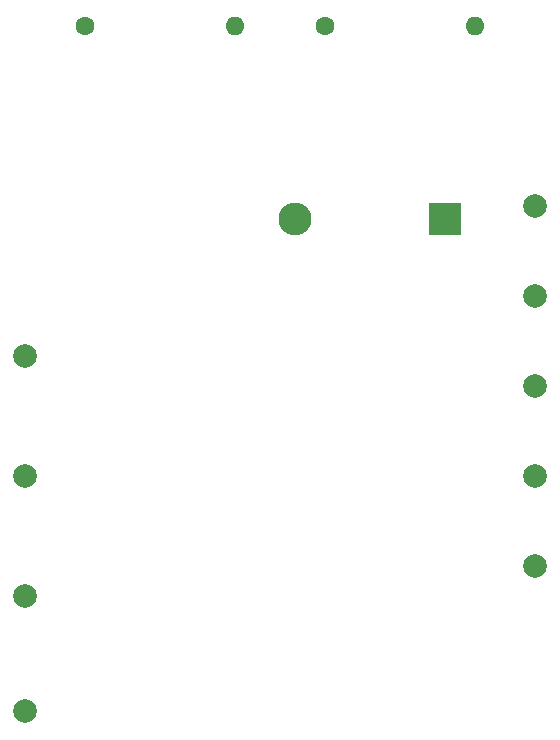
<source format=gbr>
%TF.GenerationSoftware,KiCad,Pcbnew,(7.0.0)*%
%TF.CreationDate,2023-08-25T11:49:27+02:00*%
%TF.ProjectId,JIG_THT,4a49475f-5448-4542-9e6b-696361645f70,rev?*%
%TF.SameCoordinates,Original*%
%TF.FileFunction,Soldermask,Top*%
%TF.FilePolarity,Negative*%
%FSLAX46Y46*%
G04 Gerber Fmt 4.6, Leading zero omitted, Abs format (unit mm)*
G04 Created by KiCad (PCBNEW (7.0.0)) date 2023-08-25 11:49:27*
%MOMM*%
%LPD*%
G01*
G04 APERTURE LIST*
%ADD10R,2.800000X2.800000*%
%ADD11O,2.800000X2.800000*%
%ADD12C,2.000000*%
%ADD13C,1.600000*%
%ADD14O,1.600000X1.600000*%
G04 APERTURE END LIST*
D10*
%TO.C,1n4148*%
X73659999Y-61999999D03*
D11*
X60959999Y-61999999D03*
%TD*%
D12*
%TO.C,PIN 24*%
X81280000Y-76200000D03*
%TD*%
%TO.C,PC TX*%
X38100000Y-83820000D03*
%TD*%
D13*
%TO.C,R2*%
X63500000Y-45720000D03*
D14*
X76199999Y-45719999D03*
%TD*%
D12*
%TO.C,PIN 20*%
X81280000Y-83820000D03*
%TD*%
%TO.C,PIN 14*%
X81280000Y-60960000D03*
%TD*%
%TO.C,PIN 22*%
X81280000Y-91440000D03*
%TD*%
%TO.C,PIN 17*%
X81280000Y-68580000D03*
%TD*%
%TO.C,5V (optional)*%
X38100000Y-103637944D03*
%TD*%
%TO.C,PC RX*%
X38100000Y-73660000D03*
%TD*%
D13*
%TO.C,R1*%
X43180000Y-45720000D03*
D14*
X55879999Y-45719999D03*
%TD*%
D12*
%TO.C,PC GND*%
X38100000Y-93980000D03*
%TD*%
M02*

</source>
